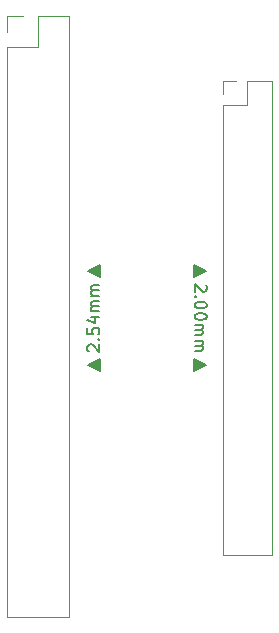
<source format=gbr>
%TF.GenerationSoftware,KiCad,Pcbnew,7.0.7*%
%TF.CreationDate,2023-09-14T14:18:27+01:00*%
%TF.ProjectId,2.00mm-2.54mm Adapter,322e3030-6d6d-42d3-922e-35346d6d2041,rev?*%
%TF.SameCoordinates,Original*%
%TF.FileFunction,Legend,Top*%
%TF.FilePolarity,Positive*%
%FSLAX46Y46*%
G04 Gerber Fmt 4.6, Leading zero omitted, Abs format (unit mm)*
G04 Created by KiCad (PCBNEW 7.0.7) date 2023-09-14 14:18:27*
%MOMM*%
%LPD*%
G01*
G04 APERTURE LIST*
%ADD10C,0.150000*%
%ADD11C,0.120000*%
G04 APERTURE END LIST*
D10*
X127500000Y-100500000D02*
X126500000Y-100000000D01*
X127500000Y-99500000D01*
X127500000Y-100500000D01*
G36*
X127500000Y-100500000D02*
G01*
X126500000Y-100000000D01*
X127500000Y-99500000D01*
X127500000Y-100500000D01*
G37*
X127500000Y-92500000D02*
X126500000Y-92000000D01*
X127500000Y-91500000D01*
X127500000Y-92500000D01*
G36*
X127500000Y-92500000D02*
G01*
X126500000Y-92000000D01*
X127500000Y-91500000D01*
X127500000Y-92500000D01*
G37*
X136500000Y-100000000D02*
X135500000Y-100500000D01*
X135500000Y-99500000D01*
X136500000Y-100000000D01*
G36*
X136500000Y-100000000D02*
G01*
X135500000Y-100500000D01*
X135500000Y-99500000D01*
X136500000Y-100000000D01*
G37*
X136500000Y-92000000D02*
X135500000Y-92500000D01*
X135500000Y-91500000D01*
X136500000Y-92000000D01*
G36*
X136500000Y-92000000D02*
G01*
X135500000Y-92500000D01*
X135500000Y-91500000D01*
X136500000Y-92000000D01*
G37*
X136449942Y-93190477D02*
X136497561Y-93238096D01*
X136497561Y-93238096D02*
X136545180Y-93333334D01*
X136545180Y-93333334D02*
X136545180Y-93571429D01*
X136545180Y-93571429D02*
X136497561Y-93666667D01*
X136497561Y-93666667D02*
X136449942Y-93714286D01*
X136449942Y-93714286D02*
X136354704Y-93761905D01*
X136354704Y-93761905D02*
X136259466Y-93761905D01*
X136259466Y-93761905D02*
X136116609Y-93714286D01*
X136116609Y-93714286D02*
X135545180Y-93142858D01*
X135545180Y-93142858D02*
X135545180Y-93761905D01*
X135640419Y-94190477D02*
X135592800Y-94238096D01*
X135592800Y-94238096D02*
X135545180Y-94190477D01*
X135545180Y-94190477D02*
X135592800Y-94142858D01*
X135592800Y-94142858D02*
X135640419Y-94190477D01*
X135640419Y-94190477D02*
X135545180Y-94190477D01*
X136545180Y-94857143D02*
X136545180Y-94952381D01*
X136545180Y-94952381D02*
X136497561Y-95047619D01*
X136497561Y-95047619D02*
X136449942Y-95095238D01*
X136449942Y-95095238D02*
X136354704Y-95142857D01*
X136354704Y-95142857D02*
X136164228Y-95190476D01*
X136164228Y-95190476D02*
X135926133Y-95190476D01*
X135926133Y-95190476D02*
X135735657Y-95142857D01*
X135735657Y-95142857D02*
X135640419Y-95095238D01*
X135640419Y-95095238D02*
X135592800Y-95047619D01*
X135592800Y-95047619D02*
X135545180Y-94952381D01*
X135545180Y-94952381D02*
X135545180Y-94857143D01*
X135545180Y-94857143D02*
X135592800Y-94761905D01*
X135592800Y-94761905D02*
X135640419Y-94714286D01*
X135640419Y-94714286D02*
X135735657Y-94666667D01*
X135735657Y-94666667D02*
X135926133Y-94619048D01*
X135926133Y-94619048D02*
X136164228Y-94619048D01*
X136164228Y-94619048D02*
X136354704Y-94666667D01*
X136354704Y-94666667D02*
X136449942Y-94714286D01*
X136449942Y-94714286D02*
X136497561Y-94761905D01*
X136497561Y-94761905D02*
X136545180Y-94857143D01*
X136545180Y-95809524D02*
X136545180Y-95904762D01*
X136545180Y-95904762D02*
X136497561Y-96000000D01*
X136497561Y-96000000D02*
X136449942Y-96047619D01*
X136449942Y-96047619D02*
X136354704Y-96095238D01*
X136354704Y-96095238D02*
X136164228Y-96142857D01*
X136164228Y-96142857D02*
X135926133Y-96142857D01*
X135926133Y-96142857D02*
X135735657Y-96095238D01*
X135735657Y-96095238D02*
X135640419Y-96047619D01*
X135640419Y-96047619D02*
X135592800Y-96000000D01*
X135592800Y-96000000D02*
X135545180Y-95904762D01*
X135545180Y-95904762D02*
X135545180Y-95809524D01*
X135545180Y-95809524D02*
X135592800Y-95714286D01*
X135592800Y-95714286D02*
X135640419Y-95666667D01*
X135640419Y-95666667D02*
X135735657Y-95619048D01*
X135735657Y-95619048D02*
X135926133Y-95571429D01*
X135926133Y-95571429D02*
X136164228Y-95571429D01*
X136164228Y-95571429D02*
X136354704Y-95619048D01*
X136354704Y-95619048D02*
X136449942Y-95666667D01*
X136449942Y-95666667D02*
X136497561Y-95714286D01*
X136497561Y-95714286D02*
X136545180Y-95809524D01*
X135545180Y-96571429D02*
X136211847Y-96571429D01*
X136116609Y-96571429D02*
X136164228Y-96619048D01*
X136164228Y-96619048D02*
X136211847Y-96714286D01*
X136211847Y-96714286D02*
X136211847Y-96857143D01*
X136211847Y-96857143D02*
X136164228Y-96952381D01*
X136164228Y-96952381D02*
X136068990Y-97000000D01*
X136068990Y-97000000D02*
X135545180Y-97000000D01*
X136068990Y-97000000D02*
X136164228Y-97047619D01*
X136164228Y-97047619D02*
X136211847Y-97142857D01*
X136211847Y-97142857D02*
X136211847Y-97285714D01*
X136211847Y-97285714D02*
X136164228Y-97380953D01*
X136164228Y-97380953D02*
X136068990Y-97428572D01*
X136068990Y-97428572D02*
X135545180Y-97428572D01*
X135545180Y-97904762D02*
X136211847Y-97904762D01*
X136116609Y-97904762D02*
X136164228Y-97952381D01*
X136164228Y-97952381D02*
X136211847Y-98047619D01*
X136211847Y-98047619D02*
X136211847Y-98190476D01*
X136211847Y-98190476D02*
X136164228Y-98285714D01*
X136164228Y-98285714D02*
X136068990Y-98333333D01*
X136068990Y-98333333D02*
X135545180Y-98333333D01*
X136068990Y-98333333D02*
X136164228Y-98380952D01*
X136164228Y-98380952D02*
X136211847Y-98476190D01*
X136211847Y-98476190D02*
X136211847Y-98619047D01*
X136211847Y-98619047D02*
X136164228Y-98714286D01*
X136164228Y-98714286D02*
X136068990Y-98761905D01*
X136068990Y-98761905D02*
X135545180Y-98761905D01*
X126550057Y-98809522D02*
X126502438Y-98761903D01*
X126502438Y-98761903D02*
X126454819Y-98666665D01*
X126454819Y-98666665D02*
X126454819Y-98428570D01*
X126454819Y-98428570D02*
X126502438Y-98333332D01*
X126502438Y-98333332D02*
X126550057Y-98285713D01*
X126550057Y-98285713D02*
X126645295Y-98238094D01*
X126645295Y-98238094D02*
X126740533Y-98238094D01*
X126740533Y-98238094D02*
X126883390Y-98285713D01*
X126883390Y-98285713D02*
X127454819Y-98857141D01*
X127454819Y-98857141D02*
X127454819Y-98238094D01*
X127359580Y-97809522D02*
X127407200Y-97761903D01*
X127407200Y-97761903D02*
X127454819Y-97809522D01*
X127454819Y-97809522D02*
X127407200Y-97857141D01*
X127407200Y-97857141D02*
X127359580Y-97809522D01*
X127359580Y-97809522D02*
X127454819Y-97809522D01*
X126454819Y-96857142D02*
X126454819Y-97333332D01*
X126454819Y-97333332D02*
X126931009Y-97380951D01*
X126931009Y-97380951D02*
X126883390Y-97333332D01*
X126883390Y-97333332D02*
X126835771Y-97238094D01*
X126835771Y-97238094D02*
X126835771Y-96999999D01*
X126835771Y-96999999D02*
X126883390Y-96904761D01*
X126883390Y-96904761D02*
X126931009Y-96857142D01*
X126931009Y-96857142D02*
X127026247Y-96809523D01*
X127026247Y-96809523D02*
X127264342Y-96809523D01*
X127264342Y-96809523D02*
X127359580Y-96857142D01*
X127359580Y-96857142D02*
X127407200Y-96904761D01*
X127407200Y-96904761D02*
X127454819Y-96999999D01*
X127454819Y-96999999D02*
X127454819Y-97238094D01*
X127454819Y-97238094D02*
X127407200Y-97333332D01*
X127407200Y-97333332D02*
X127359580Y-97380951D01*
X126788152Y-95952380D02*
X127454819Y-95952380D01*
X126407200Y-96190475D02*
X127121485Y-96428570D01*
X127121485Y-96428570D02*
X127121485Y-95809523D01*
X127454819Y-95428570D02*
X126788152Y-95428570D01*
X126883390Y-95428570D02*
X126835771Y-95380951D01*
X126835771Y-95380951D02*
X126788152Y-95285713D01*
X126788152Y-95285713D02*
X126788152Y-95142856D01*
X126788152Y-95142856D02*
X126835771Y-95047618D01*
X126835771Y-95047618D02*
X126931009Y-94999999D01*
X126931009Y-94999999D02*
X127454819Y-94999999D01*
X126931009Y-94999999D02*
X126835771Y-94952380D01*
X126835771Y-94952380D02*
X126788152Y-94857142D01*
X126788152Y-94857142D02*
X126788152Y-94714285D01*
X126788152Y-94714285D02*
X126835771Y-94619046D01*
X126835771Y-94619046D02*
X126931009Y-94571427D01*
X126931009Y-94571427D02*
X127454819Y-94571427D01*
X127454819Y-94095237D02*
X126788152Y-94095237D01*
X126883390Y-94095237D02*
X126835771Y-94047618D01*
X126835771Y-94047618D02*
X126788152Y-93952380D01*
X126788152Y-93952380D02*
X126788152Y-93809523D01*
X126788152Y-93809523D02*
X126835771Y-93714285D01*
X126835771Y-93714285D02*
X126931009Y-93666666D01*
X126931009Y-93666666D02*
X127454819Y-93666666D01*
X126931009Y-93666666D02*
X126835771Y-93619047D01*
X126835771Y-93619047D02*
X126788152Y-93523809D01*
X126788152Y-93523809D02*
X126788152Y-93380952D01*
X126788152Y-93380952D02*
X126835771Y-93285713D01*
X126835771Y-93285713D02*
X126931009Y-93238094D01*
X126931009Y-93238094D02*
X127454819Y-93238094D01*
D11*
%TO.C,J102*%
X119670000Y-70410000D02*
X121000000Y-70410000D01*
X119670000Y-71740000D02*
X119670000Y-70410000D01*
X119670000Y-73010000D02*
X119670000Y-121330000D01*
X119670000Y-73010000D02*
X122270000Y-73010000D01*
X119670000Y-121330000D02*
X124870000Y-121330000D01*
X122270000Y-70410000D02*
X124870000Y-70410000D01*
X122270000Y-73010000D02*
X122270000Y-70410000D01*
X124870000Y-70410000D02*
X124870000Y-121330000D01*
%TO.C,J101*%
X137940000Y-75940000D02*
X139000000Y-75940000D01*
X137940000Y-77000000D02*
X137940000Y-75940000D01*
X137940000Y-78000000D02*
X137940000Y-116060000D01*
X137940000Y-78000000D02*
X140000000Y-78000000D01*
X137940000Y-116060000D02*
X142060000Y-116060000D01*
X140000000Y-75940000D02*
X142060000Y-75940000D01*
X140000000Y-78000000D02*
X140000000Y-75940000D01*
X142060000Y-75940000D02*
X142060000Y-116060000D01*
%TD*%
M02*

</source>
